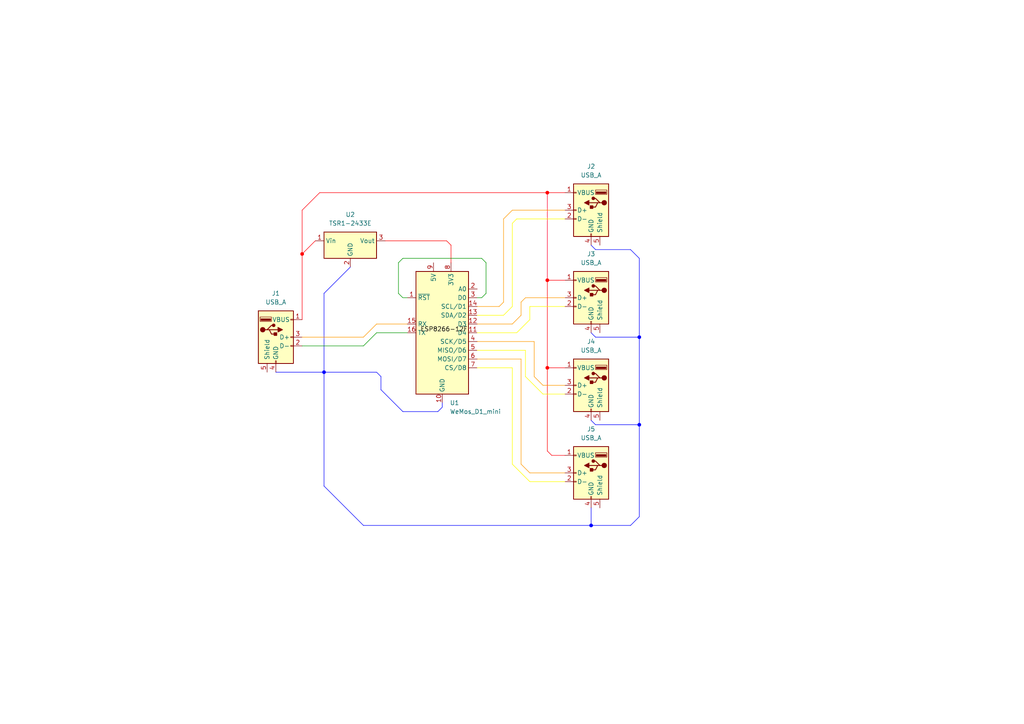
<source format=kicad_sch>
(kicad_sch (version 20231120) (generator "eeschema") (generator_version "8.0")
  (paper "A4")
  (lib_symbols
    (symbol "Connector:USB_A" (pin_names (offset 1.016))
      (property "Reference" "J" (at -5.08 11.43 0))
      (property "Value" "USB_A" (at -5.08 8.89 0))
      (symbol "USB_A_0_1"
        (rectangle (start -5.08 -7.62) (end 5.08 7.62) (stroke (width 0.254)) (fill (type background)))
        (circle (center -3.81 2.159) (radius 0.635) (stroke (width 0.254)) (fill (type outline)))
        (rectangle (start -1.524 4.826) (end -4.318 5.334) (fill (type outline)))
        (rectangle (start -1.27 4.572) (end -4.572 5.842))
        (circle (center -0.635 3.429) (radius 0.381) (stroke (width 0.254)) (fill (type outline)))
        (rectangle (start -0.127 -7.62) (end 0.127 -6.858))
        (polyline (pts (xy -3.175 2.159) (xy -2.54 2.159) (xy -1.27 3.429) (xy -0.635 3.429)) (stroke (width 0.254)))
        (polyline (pts (xy -2.54 2.159) (xy -1.905 2.159) (xy -1.27 0.889) (xy 0 0.889)) (stroke (width 0.254)))
        (polyline (pts (xy 0.635 2.794) (xy 0.635 1.524) (xy 1.905 2.159) (xy 0.635 2.794)) (stroke (width 0.254)) (fill (type outline)))
        (rectangle (start 0.254 1.27) (end -0.508 0.508) (stroke (width 0.254)) (fill (type outline)))
        (rectangle (start 5.08 -2.667) (end 4.318 -2.413))
        (rectangle (start 5.08 -0.127) (end 4.318 0.127))
        (rectangle (start 5.08 4.953) (end 4.318 5.207))
      )
      (symbol "USB_A_1_1"
        (polyline (pts (xy -1.905 2.159) (xy 0.635 2.159)) (stroke (width 0.254)))
        (pin power_in line (at 7.62 5.08 180) (length 2.54) (name "VBUS") (number "1"))
        (pin bidirectional line (at 7.62 -2.54 180) (length 2.54) (name "D-") (number "2"))
        (pin bidirectional line (at 7.62 0 180) (length 2.54) (name "D+") (number "3"))
        (pin power_in line (at 0 -10.16 90) (length 2.54) (name "GND") (number "4"))
        (pin passive line (at -2.54 -10.16 90) (length 2.54) (name "Shield") (number "5"))
      )
    )
    (symbol "MCU_Module:WeMos_D1_mini"
      (property "Reference" "U" (at 3.81 19.05 0))
      (property "Value" "WeMos_D1_mini" (at 1.27 -19.05 0))
      (symbol "WeMos_D1_mini_1_1"
        (rectangle (start -7.62 17.78) (end 7.62 -17.78) (stroke (width 0.254)) (fill (type background)))
        (pin input line (at -10.16 10.16 0) (length 2.54) (name "~{RST}") (number "1"))
        (pin power_in line (at 0 -20.32 90) (length 2.54) (name "GND") (number "10"))
        (pin bidirectional line (at 10.16 0 180) (length 2.54) (name "D4") (number "11"))
        (pin bidirectional line (at 10.16 2.54 180) (length 2.54) (name "D3") (number "12"))
        (pin bidirectional line (at 10.16 5.08 180) (length 2.54) (name "SDA/D2") (number "13"))
        (pin bidirectional line (at 10.16 7.62 180) (length 2.54) (name "SCL/D1") (number "14"))
        (pin input line (at -10.16 2.54 0) (length 2.54) (name "RX") (number "15"))
        (pin output line (at -10.16 0 0) (length 2.54) (name "TX") (number "16"))
        (pin input line (at 10.16 12.7 180) (length 2.54) (name "A0") (number "2"))
        (pin bidirectional line (at 10.16 10.16 180) (length 2.54) (name "D0") (number "3"))
        (pin bidirectional line (at 10.16 -2.54 180) (length 2.54) (name "SCK/D5") (number "4"))
        (pin bidirectional line (at 10.16 -5.08 180) (length 2.54) (name "MISO/D6") (number "5"))
        (pin bidirectional line (at 10.16 -7.62 180) (length 2.54) (name "MOSI/D7") (number "6"))
        (pin bidirectional line (at 10.16 -10.16 180) (length 2.54) (name "CS/D8") (number "7"))
        (pin power_out line (at 2.54 20.32 270) (length 2.54) (name "3V3") (number "8"))
        (pin power_in line (at -2.54 20.32 270) (length 2.54) (name "5V") (number "9"))
      )
    )
    (symbol "Regulator_Switching:TSR1-2433E"
      (property "Reference" "U" (at -7.62 6.35 0))
      (property "Value" "TSR1-2433E" (at -3.81 6.35 0))
      (symbol "TSR1-2433E_0_1"
        (rectangle (start -7.62 5.08) (end 7.62 -2.54) (stroke (width 0.254)) (fill (type background)))
      )
      (symbol "TSR1-2433E_1_1"
        (pin power_in line (at -10.16 2.54 0) (length 2.54) (name "Vin") (number "1"))
        (pin power_in line (at 0 -5.08 90) (length 2.54) (name "GND") (number "2"))
        (pin power_out line (at 10.16 2.54 180) (length 2.54) (name "Vout") (number "3"))
      )
    )
  )
  (junction (at 171.45 152.4) (color 0 0 255 1))
  (junction (at 158.75 55.88) (color 255 0 0 1))
  (junction (at 93.98 107.95) (color 0 0 255 1))
  (junction (at 158.75 81.28) (color 255 0 0 1))
  (junction (at 87.63 73.66) (color 255 0 0 1))
  (junction (at 185.42 97.79) (color 0 0 255 1))
  (junction (at 185.42 123.19) (color 0 0 255 1))
  (junction (at 158.75 106.68) (color 255 0 0 1))
  (wire (pts (xy 171.45 96.52) (xy 172.72 97.79)) (stroke (width 0) (color 0 0 255 1)))
  (wire (pts (xy 153.67 92.71) (xy 149.86 96.52)) (stroke (width 0) (color 255 255 0 1)))
  (wire (pts (xy 93.98 140.97) (xy 105.41 152.4)) (stroke (width 0) (color 0 0 255 1)))
  (wire (pts (xy 185.42 149.86) (xy 185.42 123.19)) (stroke (width 0) (color 0 0 255 1)))
  (wire (pts (xy 87.63 97.79) (xy 105.41 97.79)) (stroke (width 0) (color 255 153 0 1)))
  (wire (pts (xy 148.59 64.77) (xy 149.86 63.5)) (stroke (width 0) (color 255 255 0 1)))
  (wire (pts (xy 138.43 93.98) (xy 148.59 93.98)) (stroke (width 0) (color 255 153 0 1)))
  (wire (pts (xy 139.7 74.93) (xy 116.84 74.93)))
  (wire (pts (xy 171.45 152.4) (xy 182.88 152.4)) (stroke (width 0) (color 0 0 255 1)))
  (wire (pts (xy 87.63 100.33) (xy 105.41 100.33)))
  (wire (pts (xy 146.05 63.5) (xy 148.59 60.96)) (stroke (width 0) (color 255 153 0 1)))
  (wire (pts (xy 93.98 85.09) (xy 101.6 77.47)) (stroke (width 0) (color 0 0 255 1)))
  (wire (pts (xy 158.75 55.88) (xy 158.75 81.28)) (stroke (width 0) (color 255 0 45 1)))
  (wire (pts (xy 152.4 86.36) (xy 151.13 87.63)) (stroke (width 0) (color 255 153 0 1)))
  (wire (pts (xy 171.45 147.32) (xy 171.45 152.4)) (stroke (width 0) (color 0 0 255 1)))
  (wire (pts (xy 105.41 97.79) (xy 109.22 93.98)) (stroke (width 0) (color 255 153 0 1)))
  (wire (pts (xy 130.81 71.12) (xy 130.81 76.2)) (stroke (width 0) (color 255 0 0 1)))
  (wire (pts (xy 154.94 99.06) (xy 154.94 109.22)) (stroke (width 0) (color 255 153 0 1)))
  (wire (pts (xy 93.98 107.95) (xy 93.98 140.97)) (stroke (width 0) (color 0 0 255 1)))
  (wire (pts (xy 111.76 69.85) (xy 129.54 69.85)) (stroke (width 0) (color 255 0 0 1)))
  (wire (pts (xy 109.22 107.95) (xy 110.49 109.22)) (stroke (width 0) (color 0 0 255 1)))
  (wire (pts (xy 182.88 72.39) (xy 172.72 72.39)) (stroke (width 0) (color 0 0 255 1)))
  (wire (pts (xy 110.49 113.03) (xy 116.84 119.38)) (stroke (width 0) (color 0 0 255 1)))
  (wire (pts (xy 138.43 99.06) (xy 154.94 99.06)) (stroke (width 0) (color 255 153 0 1)))
  (wire (pts (xy 93.98 107.95) (xy 93.98 85.09)) (stroke (width 0) (color 0 0 255 1)))
  (wire (pts (xy 110.49 109.22) (xy 110.49 113.03)) (stroke (width 0) (color 0 0 255 1)))
  (wire (pts (xy 154.94 109.22) (xy 157.48 111.76)) (stroke (width 0) (color 255 153 0 1)))
  (wire (pts (xy 115.57 85.09) (xy 116.84 86.36)))
  (wire (pts (xy 157.48 111.76) (xy 163.83 111.76)) (stroke (width 0) (color 255 153 0 1)))
  (wire (pts (xy 116.84 74.93) (xy 115.57 76.2)))
  (wire (pts (xy 185.42 97.79) (xy 185.42 74.93)) (stroke (width 0) (color 0 0 255 1)))
  (wire (pts (xy 158.75 106.68) (xy 163.83 106.68)) (stroke (width 0) (color 255 0 11 1)))
  (wire (pts (xy 87.63 60.96) (xy 92.71 55.88)) (stroke (width 0) (color 255 0 11 1)))
  (wire (pts (xy 138.43 86.36) (xy 139.7 86.36)))
  (wire (pts (xy 151.13 87.63) (xy 151.13 91.44)) (stroke (width 0) (color 255 153 0 1)))
  (wire (pts (xy 87.63 73.66) (xy 91.44 69.85)) (stroke (width 0) (color 255 0 11 1)))
  (wire (pts (xy 146.05 63.5) (xy 146.05 87.63)) (stroke (width 0) (color 255 153 0 1)))
  (wire (pts (xy 151.13 91.44) (xy 148.59 93.98)) (stroke (width 0) (color 255 153 0 1)))
  (wire (pts (xy 138.43 91.44) (xy 146.05 91.44)) (stroke (width 0) (color 255 255 0 1)))
  (wire (pts (xy 153.67 139.7) (xy 163.83 139.7)) (stroke (width 0) (color 255 255 0 1)))
  (wire (pts (xy 138.43 96.52) (xy 149.86 96.52)) (stroke (width 0) (color 255 255 0 1)))
  (wire (pts (xy 140.97 76.2) (xy 139.7 74.93)))
  (wire (pts (xy 128.27 116.84) (xy 128.27 118.11)) (stroke (width 0) (color 0 0 255 1)))
  (wire (pts (xy 153.67 88.9) (xy 153.67 92.71)) (stroke (width 0) (color 255 255 0 1)))
  (wire (pts (xy 153.67 88.9) (xy 163.83 88.9)) (stroke (width 0) (color 255 255 0 1)))
  (wire (pts (xy 151.13 104.14) (xy 151.13 134.62)) (stroke (width 0) (color 255 153 0 1)))
  (wire (pts (xy 158.75 55.88) (xy 163.83 55.88)) (stroke (width 0) (color 255 0 11 1)))
  (wire (pts (xy 140.97 85.09) (xy 140.97 76.2)))
  (wire (pts (xy 149.86 63.5) (xy 163.83 63.5)) (stroke (width 0) (color 255 255 0 1)))
  (wire (pts (xy 185.42 123.19) (xy 185.42 97.79)) (stroke (width 0) (color 0 0 255 1)))
  (wire (pts (xy 171.45 121.92) (xy 172.72 123.19)) (stroke (width 0) (color 0 0 255 1)))
  (wire (pts (xy 172.72 72.39) (xy 171.45 71.12)) (stroke (width 0) (color 0 0 255 1)))
  (wire (pts (xy 109.22 96.52) (xy 118.11 96.52)))
  (wire (pts (xy 157.48 114.3) (xy 163.83 114.3)) (stroke (width 0) (color 255 255 0 1)))
  (wire (pts (xy 92.71 55.88) (xy 158.75 55.88)) (stroke (width 0) (color 255 0 11 1)))
  (wire (pts (xy 148.59 106.68) (xy 148.59 134.62)) (stroke (width 0) (color 255 255 0 1)))
  (wire (pts (xy 105.41 152.4) (xy 171.45 152.4)) (stroke (width 0) (color 0 0 255 1)))
  (wire (pts (xy 160.02 132.08) (xy 163.83 132.08)) (stroke (width 0) (color 255 0 11 1)))
  (wire (pts (xy 138.43 101.6) (xy 152.4 101.6)) (stroke (width 0) (color 255 255 0 1)))
  (wire (pts (xy 116.84 86.36) (xy 118.11 86.36)))
  (wire (pts (xy 152.4 109.22) (xy 157.48 114.3)) (stroke (width 0) (color 255 255 0 1)))
  (wire (pts (xy 116.84 119.38) (xy 127 119.38)) (stroke (width 0) (color 0 0 255 1)))
  (wire (pts (xy 158.75 106.68) (xy 158.75 130.81)) (stroke (width 0) (color 255 0 0 1)))
  (wire (pts (xy 138.43 104.14) (xy 151.13 104.14)) (stroke (width 0) (color 255 153 0 1)))
  (wire (pts (xy 138.43 88.9) (xy 144.78 88.9)) (stroke (width 0) (color 255 153 0 1)))
  (wire (pts (xy 87.63 92.71) (xy 87.63 73.66)) (stroke (width 0) (color 255 0 11 1)))
  (wire (pts (xy 127 119.38) (xy 128.27 118.11)) (stroke (width 0) (color 0 0 255 1)))
  (wire (pts (xy 148.59 60.96) (xy 163.83 60.96)) (stroke (width 0) (color 255 153 0 1)))
  (wire (pts (xy 129.54 69.85) (xy 130.81 71.12)) (stroke (width 0) (color 255 0 0 1)))
  (wire (pts (xy 185.42 74.93) (xy 182.88 72.39)) (stroke (width 0) (color 0 0 255 1)))
  (wire (pts (xy 152.4 101.6) (xy 152.4 109.22)) (stroke (width 0) (color 255 255 0 1)))
  (wire (pts (xy 138.43 106.68) (xy 148.59 106.68)) (stroke (width 0) (color 255 255 0 1)))
  (wire (pts (xy 158.75 130.81) (xy 160.02 132.08)) (stroke (width 0) (color 255 0 11 1)))
  (wire (pts (xy 151.13 134.62) (xy 153.67 137.16)) (stroke (width 0) (color 255 153 0 1)))
  (wire (pts (xy 172.72 123.19) (xy 185.42 123.19)) (stroke (width 0) (color 0 0 255 1)))
  (wire (pts (xy 153.67 137.16) (xy 163.83 137.16)) (stroke (width 0) (color 255 153 0 1)))
  (wire (pts (xy 148.59 64.77) (xy 148.59 88.9)) (stroke (width 0) (color 255 255 0 1)))
  (wire (pts (xy 158.75 81.28) (xy 158.75 106.68)) (stroke (width 0) (color 255 0 11 1)))
  (wire (pts (xy 80.01 107.95) (xy 93.98 107.95)) (stroke (width 0) (color 0 0 255 1)))
  (wire (pts (xy 148.59 134.62) (xy 153.67 139.7)) (stroke (width 0) (color 255 255 0 1)))
  (wire (pts (xy 109.22 93.98) (xy 118.11 93.98)) (stroke (width 0) (color 255 153 0 1)))
  (wire (pts (xy 87.63 60.96) (xy 87.63 73.66)) (stroke (width 0) (color 255 0 11 1)))
  (wire (pts (xy 158.75 81.28) (xy 163.83 81.28)) (stroke (width 0) (color 255 0 11 1)))
  (wire (pts (xy 93.98 107.95) (xy 109.22 107.95)) (stroke (width 0) (color 0 0 255 1)))
  (wire (pts (xy 182.88 152.4) (xy 185.42 149.86)) (stroke (width 0) (color 0 0 255 1)))
  (wire (pts (xy 148.59 88.9) (xy 146.05 91.44)) (stroke (width 0) (color 255 255 0 1)))
  (wire (pts (xy 146.05 87.63) (xy 144.78 88.9)) (stroke (width 0) (color 255 153 0 1)))
  (wire (pts (xy 105.41 100.33) (xy 109.22 96.52)))
  (wire (pts (xy 152.4 86.36) (xy 163.83 86.36)) (stroke (width 0) (color 255 153 0 1)))
  (wire (pts (xy 115.57 76.2) (xy 115.57 85.09)))
  (wire (pts (xy 172.72 97.79) (xy 185.42 97.79)) (stroke (width 0) (color 0 0 255 1)))
  (wire (pts (xy 139.7 86.36) (xy 140.97 85.09)))
  (label "ESP8266-12F" (at 121.92 96.52 0))
  (symbol (lib_id "Regulator_Switching:TSR1-2433E") (at 101.6 72.39 0) (unit 1)
    (property "Reference" "U2" (at 101.6 62.23 0))
    (property "Value" "TSR1-2433E" (at 101.6 64.77 0))
    (property "Footprint" "Converter_DCDC:Converter_DCDC_TRACO_TSR1-xxxxE_THT" (effects (hide yes)))
    (property "Datasheet" "https://www.tracopower.com/products/tsr1e.pdf" (effects (hide yes)))
    (property "Description" "1A step-down regulator, fixed 3.3V output voltage, 6-36V input voltage, TO-220 compatible LM78xx replacement" (effects (hide yes)))
  )
  (symbol (lib_id "Connector:USB_A") (at 80.01 97.79 0) (unit 1)
    (property "Reference" "J1" (at 80.01 85.09 0))
    (property "Value" "USB_A" (at 80.01 87.63 0))
    (property "Footprint" "Connector_USB:USB_A_Molex_67643_Horizontal" (effects (hide yes)))
    (property "Description" "USB Type A connector" (effects (hide yes)))
  )
  (symbol (lib_id "Connector:USB_A") (at 171.45 86.36 0) (mirror y) (unit 1)
    (property "Reference" "J3" (at 171.45 73.66 0))
    (property "Value" "USB_A" (at 171.45 76.2 0))
    (property "Footprint" "Connector_USB:USB_A_Molex_67643_Horizontal" (effects (hide yes)))
    (property "Description" "USB Type A connector" (effects (hide yes)))
  )
  (symbol (lib_id "MCU_Module:WeMos_D1_mini") (at 128.27 96.52 0) (unit 1)
    (property "Reference" "U1" (at 130.4641 116.84 0) (effects (justify left)))
    (property "Value" "WeMos_D1_mini" (at 130.4641 119.38 0) (effects (justify left)))
    (property "Footprint" "Module:WEMOS_D1_mini_light" (effects (hide yes)))
    (property "Datasheet" "https://wiki.wemos.cc/products:d1:d1_mini#documentation" (effects (hide yes)))
    (property "Description" "32-bit microcontroller module with WiFi" (effects (hide yes)))
  )
  (symbol (lib_id "Connector:USB_A") (at 171.45 137.16 0) (mirror y) (unit 1)
    (property "Reference" "J5" (at 171.45 124.46 0))
    (property "Value" "USB_A" (at 171.45 127 0))
    (property "Footprint" "Connector_USB:USB_A_Molex_67643_Horizontal" (effects (hide yes)))
    (property "Description" "USB Type A connector" (effects (hide yes)))
  )
  (symbol (lib_id "Connector:USB_A") (at 171.45 111.76 0) (mirror y) (unit 1)
    (property "Reference" "J4" (at 171.45 99.06 0))
    (property "Value" "USB_A" (at 171.45 101.6 0))
    (property "Footprint" "Connector_USB:USB_A_Molex_67643_Horizontal" (effects (hide yes)))
    (property "Description" "USB Type A connector" (effects (hide yes)))
  )
  (symbol (lib_id "Connector:USB_A") (at 171.45 60.96 0) (mirror y) (unit 1)
    (property "Reference" "J2" (at 171.45 48.26 0))
    (property "Value" "USB_A" (at 171.45 50.8 0))
    (property "Footprint" "Connector_USB:USB_A_Molex_67643_Horizontal" (effects (hide yes)))
    (property "Description" "USB Type A connector" (effects (hide yes)))
  )
)
</source>
